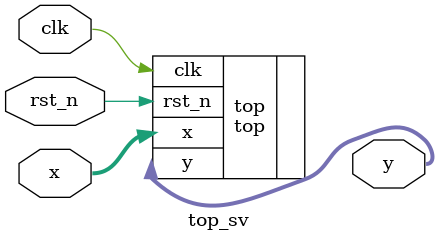
<source format=sv>
module top_sv #()
  (
  input clk,rst_n,
  input  [17 :0]        x,
  output [17 :0]       y
  );


// VHDL DUT
  top #()
  top (
    .clk(clk),
    .rst_n(rst_n),
    .x      (x),
    .y  (y)
    );


endmodule

</source>
